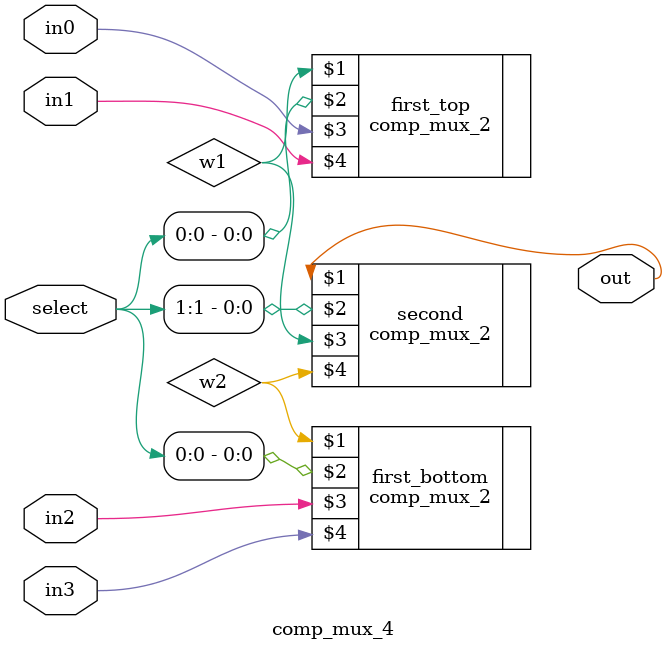
<source format=v>

module comp_mux_4(out, select, in0, in1, in2, in3);
    input [1:0] select;
    input in0, in1, in2, in3;
    output out;
    wire w1, w2;

    comp_mux_2 first_top(w1, select[0], in0, in1);
    comp_mux_2 first_bottom(w2, select[0], in2, in3);
    comp_mux_2 second(out, select[1], w1, w2);

endmodule
</source>
